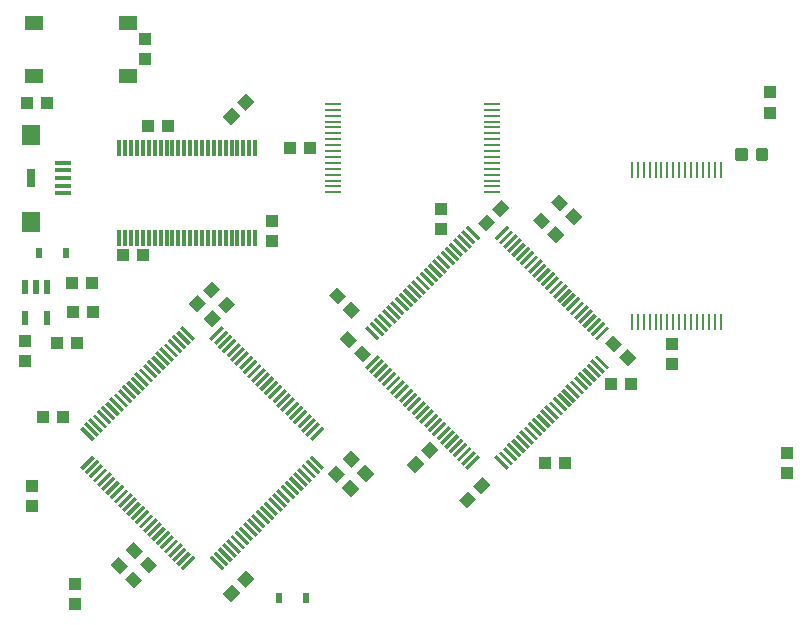
<source format=gbr>
G04 EAGLE Gerber RS-274X export*
G75*
%MOMM*%
%FSLAX34Y34*%
%LPD*%
%INTop Paste*%
%IPPOS*%
%AMOC8*
5,1,8,0,0,1.08239X$1,22.5*%
G01*
%ADD10R,1.450000X0.400000*%
%ADD11R,1.500000X1.800000*%
%ADD12R,0.700000X1.500000*%
%ADD13R,0.300000X1.450000*%
%ADD14R,1.475000X0.300000*%
%ADD15R,1.422400X0.228600*%
%ADD16R,0.228600X1.422400*%
%ADD17R,1.100000X1.000000*%
%ADD18R,1.000000X1.100000*%
%ADD19R,1.550000X1.300000*%
%ADD20R,0.550000X1.200000*%
%ADD21R,0.630000X0.830000*%
%ADD22C,0.300000*%


D10*
X47570Y381000D03*
X47570Y387500D03*
X47570Y394000D03*
X47570Y374500D03*
X47570Y368000D03*
D11*
X20320Y417840D03*
D12*
X20320Y381000D03*
D11*
X20320Y344160D03*
D13*
X209900Y406050D03*
X204900Y406050D03*
X199900Y406050D03*
X194900Y406050D03*
X189900Y406050D03*
X184900Y406050D03*
X179900Y406050D03*
X174900Y406050D03*
X169900Y406050D03*
X164900Y406050D03*
X159900Y406050D03*
X154900Y406050D03*
X149900Y406050D03*
X144900Y406050D03*
X139900Y406050D03*
X134900Y406050D03*
X129900Y406050D03*
X124900Y406050D03*
X119900Y406050D03*
X114900Y406050D03*
X109900Y406050D03*
X104900Y406050D03*
X99900Y406050D03*
X94900Y406050D03*
X94900Y330550D03*
X99900Y330550D03*
X104900Y330550D03*
X109900Y330550D03*
X114900Y330550D03*
X119900Y330550D03*
X124900Y330550D03*
X129900Y330550D03*
X134900Y330550D03*
X139900Y330550D03*
X144900Y330550D03*
X149900Y330550D03*
X154900Y330550D03*
X159900Y330550D03*
X164900Y330550D03*
X169900Y330550D03*
X174900Y330550D03*
X179900Y330550D03*
X184900Y330550D03*
X189900Y330550D03*
X194900Y330550D03*
X199900Y330550D03*
X204900Y330550D03*
X209900Y330550D03*
D14*
G36*
X74233Y144264D02*
X63804Y133835D01*
X61683Y135956D01*
X72112Y146385D01*
X74233Y144264D01*
G37*
G36*
X77768Y140729D02*
X67339Y130300D01*
X65218Y132421D01*
X75647Y142850D01*
X77768Y140729D01*
G37*
G36*
X81304Y137193D02*
X70875Y126764D01*
X68754Y128885D01*
X79183Y139314D01*
X81304Y137193D01*
G37*
G36*
X84839Y133658D02*
X74410Y123229D01*
X72289Y125350D01*
X82718Y135779D01*
X84839Y133658D01*
G37*
G36*
X88375Y130122D02*
X77946Y119693D01*
X75825Y121814D01*
X86254Y132243D01*
X88375Y130122D01*
G37*
G36*
X91910Y126587D02*
X81481Y116158D01*
X79360Y118279D01*
X89789Y128708D01*
X91910Y126587D01*
G37*
G36*
X95446Y123051D02*
X85017Y112622D01*
X82896Y114743D01*
X93325Y125172D01*
X95446Y123051D01*
G37*
G36*
X98981Y119516D02*
X88552Y109087D01*
X86431Y111208D01*
X96860Y121637D01*
X98981Y119516D01*
G37*
G36*
X102517Y115980D02*
X92088Y105551D01*
X89967Y107672D01*
X100396Y118101D01*
X102517Y115980D01*
G37*
G36*
X106052Y112445D02*
X95623Y102016D01*
X93502Y104137D01*
X103931Y114566D01*
X106052Y112445D01*
G37*
G36*
X109588Y108909D02*
X99159Y98480D01*
X97038Y100601D01*
X107467Y111030D01*
X109588Y108909D01*
G37*
G36*
X113124Y105374D02*
X102695Y94945D01*
X100574Y97066D01*
X111003Y107495D01*
X113124Y105374D01*
G37*
G36*
X116659Y101838D02*
X106230Y91409D01*
X104109Y93530D01*
X114538Y103959D01*
X116659Y101838D01*
G37*
G36*
X120195Y98303D02*
X109766Y87874D01*
X107645Y89995D01*
X118074Y100424D01*
X120195Y98303D01*
G37*
G36*
X123730Y94767D02*
X113301Y84338D01*
X111180Y86459D01*
X121609Y96888D01*
X123730Y94767D01*
G37*
G36*
X127266Y91231D02*
X116837Y80802D01*
X114716Y82923D01*
X125145Y93352D01*
X127266Y91231D01*
G37*
G36*
X130801Y87696D02*
X120372Y77267D01*
X118251Y79388D01*
X128680Y89817D01*
X130801Y87696D01*
G37*
G36*
X134337Y84160D02*
X123908Y73731D01*
X121787Y75852D01*
X132216Y86281D01*
X134337Y84160D01*
G37*
G36*
X137872Y80625D02*
X127443Y70196D01*
X125322Y72317D01*
X135751Y82746D01*
X137872Y80625D01*
G37*
G36*
X141408Y77089D02*
X130979Y66660D01*
X128858Y68781D01*
X139287Y79210D01*
X141408Y77089D01*
G37*
G36*
X144943Y73554D02*
X134514Y63125D01*
X132393Y65246D01*
X142822Y75675D01*
X144943Y73554D01*
G37*
G36*
X148479Y70018D02*
X138050Y59589D01*
X135929Y61710D01*
X146358Y72139D01*
X148479Y70018D01*
G37*
G36*
X152014Y66483D02*
X141585Y56054D01*
X139464Y58175D01*
X149893Y68604D01*
X152014Y66483D01*
G37*
G36*
X155550Y62947D02*
X145121Y52518D01*
X143000Y54639D01*
X153429Y65068D01*
X155550Y62947D01*
G37*
G36*
X159085Y59412D02*
X148656Y48983D01*
X146535Y51104D01*
X156964Y61533D01*
X159085Y59412D01*
G37*
G36*
X173236Y61533D02*
X183665Y51104D01*
X181544Y48983D01*
X171115Y59412D01*
X173236Y61533D01*
G37*
G36*
X176771Y65068D02*
X187200Y54639D01*
X185079Y52518D01*
X174650Y62947D01*
X176771Y65068D01*
G37*
G36*
X180307Y68604D02*
X190736Y58175D01*
X188615Y56054D01*
X178186Y66483D01*
X180307Y68604D01*
G37*
G36*
X183842Y72139D02*
X194271Y61710D01*
X192150Y59589D01*
X181721Y70018D01*
X183842Y72139D01*
G37*
G36*
X187378Y75675D02*
X197807Y65246D01*
X195686Y63125D01*
X185257Y73554D01*
X187378Y75675D01*
G37*
G36*
X190913Y79210D02*
X201342Y68781D01*
X199221Y66660D01*
X188792Y77089D01*
X190913Y79210D01*
G37*
G36*
X194449Y82746D02*
X204878Y72317D01*
X202757Y70196D01*
X192328Y80625D01*
X194449Y82746D01*
G37*
G36*
X197984Y86281D02*
X208413Y75852D01*
X206292Y73731D01*
X195863Y84160D01*
X197984Y86281D01*
G37*
G36*
X201520Y89817D02*
X211949Y79388D01*
X209828Y77267D01*
X199399Y87696D01*
X201520Y89817D01*
G37*
G36*
X205055Y93352D02*
X215484Y82923D01*
X213363Y80802D01*
X202934Y91231D01*
X205055Y93352D01*
G37*
G36*
X208591Y96888D02*
X219020Y86459D01*
X216899Y84338D01*
X206470Y94767D01*
X208591Y96888D01*
G37*
G36*
X212126Y100424D02*
X222555Y89995D01*
X220434Y87874D01*
X210005Y98303D01*
X212126Y100424D01*
G37*
G36*
X215662Y103959D02*
X226091Y93530D01*
X223970Y91409D01*
X213541Y101838D01*
X215662Y103959D01*
G37*
G36*
X219197Y107495D02*
X229626Y97066D01*
X227505Y94945D01*
X217076Y105374D01*
X219197Y107495D01*
G37*
G36*
X222733Y111030D02*
X233162Y100601D01*
X231041Y98480D01*
X220612Y108909D01*
X222733Y111030D01*
G37*
G36*
X226269Y114566D02*
X236698Y104137D01*
X234577Y102016D01*
X224148Y112445D01*
X226269Y114566D01*
G37*
G36*
X229804Y118101D02*
X240233Y107672D01*
X238112Y105551D01*
X227683Y115980D01*
X229804Y118101D01*
G37*
G36*
X233340Y121637D02*
X243769Y111208D01*
X241648Y109087D01*
X231219Y119516D01*
X233340Y121637D01*
G37*
G36*
X236875Y125172D02*
X247304Y114743D01*
X245183Y112622D01*
X234754Y123051D01*
X236875Y125172D01*
G37*
G36*
X240411Y128708D02*
X250840Y118279D01*
X248719Y116158D01*
X238290Y126587D01*
X240411Y128708D01*
G37*
G36*
X243946Y132243D02*
X254375Y121814D01*
X252254Y119693D01*
X241825Y130122D01*
X243946Y132243D01*
G37*
G36*
X247482Y135779D02*
X257911Y125350D01*
X255790Y123229D01*
X245361Y133658D01*
X247482Y135779D01*
G37*
G36*
X251017Y139314D02*
X261446Y128885D01*
X259325Y126764D01*
X248896Y137193D01*
X251017Y139314D01*
G37*
G36*
X254553Y142850D02*
X264982Y132421D01*
X262861Y130300D01*
X252432Y140729D01*
X254553Y142850D01*
G37*
G36*
X258088Y146385D02*
X268517Y135956D01*
X266396Y133835D01*
X255967Y144264D01*
X258088Y146385D01*
G37*
G36*
X268517Y168844D02*
X258088Y158415D01*
X255967Y160536D01*
X266396Y170965D01*
X268517Y168844D01*
G37*
G36*
X264982Y172379D02*
X254553Y161950D01*
X252432Y164071D01*
X262861Y174500D01*
X264982Y172379D01*
G37*
G36*
X261446Y175915D02*
X251017Y165486D01*
X248896Y167607D01*
X259325Y178036D01*
X261446Y175915D01*
G37*
G36*
X257911Y179450D02*
X247482Y169021D01*
X245361Y171142D01*
X255790Y181571D01*
X257911Y179450D01*
G37*
G36*
X254375Y182986D02*
X243946Y172557D01*
X241825Y174678D01*
X252254Y185107D01*
X254375Y182986D01*
G37*
G36*
X250840Y186521D02*
X240411Y176092D01*
X238290Y178213D01*
X248719Y188642D01*
X250840Y186521D01*
G37*
G36*
X247304Y190057D02*
X236875Y179628D01*
X234754Y181749D01*
X245183Y192178D01*
X247304Y190057D01*
G37*
G36*
X243769Y193592D02*
X233340Y183163D01*
X231219Y185284D01*
X241648Y195713D01*
X243769Y193592D01*
G37*
G36*
X240233Y197128D02*
X229804Y186699D01*
X227683Y188820D01*
X238112Y199249D01*
X240233Y197128D01*
G37*
G36*
X236698Y200663D02*
X226269Y190234D01*
X224148Y192355D01*
X234577Y202784D01*
X236698Y200663D01*
G37*
G36*
X233162Y204199D02*
X222733Y193770D01*
X220612Y195891D01*
X231041Y206320D01*
X233162Y204199D01*
G37*
G36*
X229626Y207734D02*
X219197Y197305D01*
X217076Y199426D01*
X227505Y209855D01*
X229626Y207734D01*
G37*
G36*
X226091Y211270D02*
X215662Y200841D01*
X213541Y202962D01*
X223970Y213391D01*
X226091Y211270D01*
G37*
G36*
X222555Y214805D02*
X212126Y204376D01*
X210005Y206497D01*
X220434Y216926D01*
X222555Y214805D01*
G37*
G36*
X219020Y218341D02*
X208591Y207912D01*
X206470Y210033D01*
X216899Y220462D01*
X219020Y218341D01*
G37*
G36*
X215484Y221877D02*
X205055Y211448D01*
X202934Y213569D01*
X213363Y223998D01*
X215484Y221877D01*
G37*
G36*
X211949Y225412D02*
X201520Y214983D01*
X199399Y217104D01*
X209828Y227533D01*
X211949Y225412D01*
G37*
G36*
X208413Y228948D02*
X197984Y218519D01*
X195863Y220640D01*
X206292Y231069D01*
X208413Y228948D01*
G37*
G36*
X204878Y232483D02*
X194449Y222054D01*
X192328Y224175D01*
X202757Y234604D01*
X204878Y232483D01*
G37*
G36*
X201342Y236019D02*
X190913Y225590D01*
X188792Y227711D01*
X199221Y238140D01*
X201342Y236019D01*
G37*
G36*
X197807Y239554D02*
X187378Y229125D01*
X185257Y231246D01*
X195686Y241675D01*
X197807Y239554D01*
G37*
G36*
X194271Y243090D02*
X183842Y232661D01*
X181721Y234782D01*
X192150Y245211D01*
X194271Y243090D01*
G37*
G36*
X190736Y246625D02*
X180307Y236196D01*
X178186Y238317D01*
X188615Y248746D01*
X190736Y246625D01*
G37*
G36*
X187200Y250161D02*
X176771Y239732D01*
X174650Y241853D01*
X185079Y252282D01*
X187200Y250161D01*
G37*
G36*
X183665Y253696D02*
X173236Y243267D01*
X171115Y245388D01*
X181544Y255817D01*
X183665Y253696D01*
G37*
G36*
X148656Y255817D02*
X159085Y245388D01*
X156964Y243267D01*
X146535Y253696D01*
X148656Y255817D01*
G37*
G36*
X145121Y252282D02*
X155550Y241853D01*
X153429Y239732D01*
X143000Y250161D01*
X145121Y252282D01*
G37*
G36*
X141585Y248746D02*
X152014Y238317D01*
X149893Y236196D01*
X139464Y246625D01*
X141585Y248746D01*
G37*
G36*
X138050Y245211D02*
X148479Y234782D01*
X146358Y232661D01*
X135929Y243090D01*
X138050Y245211D01*
G37*
G36*
X134514Y241675D02*
X144943Y231246D01*
X142822Y229125D01*
X132393Y239554D01*
X134514Y241675D01*
G37*
G36*
X130979Y238140D02*
X141408Y227711D01*
X139287Y225590D01*
X128858Y236019D01*
X130979Y238140D01*
G37*
G36*
X127443Y234604D02*
X137872Y224175D01*
X135751Y222054D01*
X125322Y232483D01*
X127443Y234604D01*
G37*
G36*
X123908Y231069D02*
X134337Y220640D01*
X132216Y218519D01*
X121787Y228948D01*
X123908Y231069D01*
G37*
G36*
X120372Y227533D02*
X130801Y217104D01*
X128680Y214983D01*
X118251Y225412D01*
X120372Y227533D01*
G37*
G36*
X116837Y223998D02*
X127266Y213569D01*
X125145Y211448D01*
X114716Y221877D01*
X116837Y223998D01*
G37*
G36*
X113301Y220462D02*
X123730Y210033D01*
X121609Y207912D01*
X111180Y218341D01*
X113301Y220462D01*
G37*
G36*
X109766Y216926D02*
X120195Y206497D01*
X118074Y204376D01*
X107645Y214805D01*
X109766Y216926D01*
G37*
G36*
X106230Y213391D02*
X116659Y202962D01*
X114538Y200841D01*
X104109Y211270D01*
X106230Y213391D01*
G37*
G36*
X102695Y209855D02*
X113124Y199426D01*
X111003Y197305D01*
X100574Y207734D01*
X102695Y209855D01*
G37*
G36*
X99159Y206320D02*
X109588Y195891D01*
X107467Y193770D01*
X97038Y204199D01*
X99159Y206320D01*
G37*
G36*
X95623Y202784D02*
X106052Y192355D01*
X103931Y190234D01*
X93502Y200663D01*
X95623Y202784D01*
G37*
G36*
X92088Y199249D02*
X102517Y188820D01*
X100396Y186699D01*
X89967Y197128D01*
X92088Y199249D01*
G37*
G36*
X88552Y195713D02*
X98981Y185284D01*
X96860Y183163D01*
X86431Y193592D01*
X88552Y195713D01*
G37*
G36*
X85017Y192178D02*
X95446Y181749D01*
X93325Y179628D01*
X82896Y190057D01*
X85017Y192178D01*
G37*
G36*
X81481Y188642D02*
X91910Y178213D01*
X89789Y176092D01*
X79360Y186521D01*
X81481Y188642D01*
G37*
G36*
X77946Y185107D02*
X88375Y174678D01*
X86254Y172557D01*
X75825Y182986D01*
X77946Y185107D01*
G37*
G36*
X74410Y181571D02*
X84839Y171142D01*
X82718Y169021D01*
X72289Y179450D01*
X74410Y181571D01*
G37*
G36*
X70875Y178036D02*
X81304Y167607D01*
X79183Y165486D01*
X68754Y175915D01*
X70875Y178036D01*
G37*
G36*
X67339Y174500D02*
X77768Y164071D01*
X75647Y161950D01*
X65218Y172379D01*
X67339Y174500D01*
G37*
G36*
X63804Y170965D02*
X74233Y160536D01*
X72112Y158415D01*
X61683Y168844D01*
X63804Y170965D01*
G37*
G36*
X414536Y146623D02*
X424965Y136194D01*
X422844Y134073D01*
X412415Y144502D01*
X414536Y146623D01*
G37*
G36*
X418071Y150158D02*
X428500Y139729D01*
X426379Y137608D01*
X415950Y148037D01*
X418071Y150158D01*
G37*
G36*
X421607Y153694D02*
X432036Y143265D01*
X429915Y141144D01*
X419486Y151573D01*
X421607Y153694D01*
G37*
G36*
X425142Y157229D02*
X435571Y146800D01*
X433450Y144679D01*
X423021Y155108D01*
X425142Y157229D01*
G37*
G36*
X428678Y160765D02*
X439107Y150336D01*
X436986Y148215D01*
X426557Y158644D01*
X428678Y160765D01*
G37*
G36*
X432213Y164300D02*
X442642Y153871D01*
X440521Y151750D01*
X430092Y162179D01*
X432213Y164300D01*
G37*
G36*
X435749Y167836D02*
X446178Y157407D01*
X444057Y155286D01*
X433628Y165715D01*
X435749Y167836D01*
G37*
G36*
X439284Y171371D02*
X449713Y160942D01*
X447592Y158821D01*
X437163Y169250D01*
X439284Y171371D01*
G37*
G36*
X442820Y174907D02*
X453249Y164478D01*
X451128Y162357D01*
X440699Y172786D01*
X442820Y174907D01*
G37*
G36*
X446355Y178442D02*
X456784Y168013D01*
X454663Y165892D01*
X444234Y176321D01*
X446355Y178442D01*
G37*
G36*
X449891Y181978D02*
X460320Y171549D01*
X458199Y169428D01*
X447770Y179857D01*
X449891Y181978D01*
G37*
G36*
X453426Y185514D02*
X463855Y175085D01*
X461734Y172964D01*
X451305Y183393D01*
X453426Y185514D01*
G37*
G36*
X456962Y189049D02*
X467391Y178620D01*
X465270Y176499D01*
X454841Y186928D01*
X456962Y189049D01*
G37*
G36*
X460497Y192585D02*
X470926Y182156D01*
X468805Y180035D01*
X458376Y190464D01*
X460497Y192585D01*
G37*
G36*
X464033Y196120D02*
X474462Y185691D01*
X472341Y183570D01*
X461912Y193999D01*
X464033Y196120D01*
G37*
G36*
X467569Y199656D02*
X477998Y189227D01*
X475877Y187106D01*
X465448Y197535D01*
X467569Y199656D01*
G37*
G36*
X471104Y203191D02*
X481533Y192762D01*
X479412Y190641D01*
X468983Y201070D01*
X471104Y203191D01*
G37*
G36*
X474640Y206727D02*
X485069Y196298D01*
X482948Y194177D01*
X472519Y204606D01*
X474640Y206727D01*
G37*
G36*
X478175Y210262D02*
X488604Y199833D01*
X486483Y197712D01*
X476054Y208141D01*
X478175Y210262D01*
G37*
G36*
X481711Y213798D02*
X492140Y203369D01*
X490019Y201248D01*
X479590Y211677D01*
X481711Y213798D01*
G37*
G36*
X485246Y217333D02*
X495675Y206904D01*
X493554Y204783D01*
X483125Y215212D01*
X485246Y217333D01*
G37*
G36*
X488782Y220869D02*
X499211Y210440D01*
X497090Y208319D01*
X486661Y218748D01*
X488782Y220869D01*
G37*
G36*
X492317Y224404D02*
X502746Y213975D01*
X500625Y211854D01*
X490196Y222283D01*
X492317Y224404D01*
G37*
G36*
X495853Y227940D02*
X506282Y217511D01*
X504161Y215390D01*
X493732Y225819D01*
X495853Y227940D01*
G37*
G36*
X499388Y231475D02*
X509817Y221046D01*
X507696Y218925D01*
X497267Y229354D01*
X499388Y231475D01*
G37*
G36*
X497267Y245626D02*
X507696Y256055D01*
X509817Y253934D01*
X499388Y243505D01*
X497267Y245626D01*
G37*
G36*
X493732Y249161D02*
X504161Y259590D01*
X506282Y257469D01*
X495853Y247040D01*
X493732Y249161D01*
G37*
G36*
X490196Y252697D02*
X500625Y263126D01*
X502746Y261005D01*
X492317Y250576D01*
X490196Y252697D01*
G37*
G36*
X486661Y256232D02*
X497090Y266661D01*
X499211Y264540D01*
X488782Y254111D01*
X486661Y256232D01*
G37*
G36*
X483125Y259768D02*
X493554Y270197D01*
X495675Y268076D01*
X485246Y257647D01*
X483125Y259768D01*
G37*
G36*
X479590Y263303D02*
X490019Y273732D01*
X492140Y271611D01*
X481711Y261182D01*
X479590Y263303D01*
G37*
G36*
X476054Y266839D02*
X486483Y277268D01*
X488604Y275147D01*
X478175Y264718D01*
X476054Y266839D01*
G37*
G36*
X472519Y270374D02*
X482948Y280803D01*
X485069Y278682D01*
X474640Y268253D01*
X472519Y270374D01*
G37*
G36*
X468983Y273910D02*
X479412Y284339D01*
X481533Y282218D01*
X471104Y271789D01*
X468983Y273910D01*
G37*
G36*
X465448Y277445D02*
X475877Y287874D01*
X477998Y285753D01*
X467569Y275324D01*
X465448Y277445D01*
G37*
G36*
X461912Y280981D02*
X472341Y291410D01*
X474462Y289289D01*
X464033Y278860D01*
X461912Y280981D01*
G37*
G36*
X458376Y284516D02*
X468805Y294945D01*
X470926Y292824D01*
X460497Y282395D01*
X458376Y284516D01*
G37*
G36*
X454841Y288052D02*
X465270Y298481D01*
X467391Y296360D01*
X456962Y285931D01*
X454841Y288052D01*
G37*
G36*
X451305Y291587D02*
X461734Y302016D01*
X463855Y299895D01*
X453426Y289466D01*
X451305Y291587D01*
G37*
G36*
X447770Y295123D02*
X458199Y305552D01*
X460320Y303431D01*
X449891Y293002D01*
X447770Y295123D01*
G37*
G36*
X444234Y298659D02*
X454663Y309088D01*
X456784Y306967D01*
X446355Y296538D01*
X444234Y298659D01*
G37*
G36*
X440699Y302194D02*
X451128Y312623D01*
X453249Y310502D01*
X442820Y300073D01*
X440699Y302194D01*
G37*
G36*
X437163Y305730D02*
X447592Y316159D01*
X449713Y314038D01*
X439284Y303609D01*
X437163Y305730D01*
G37*
G36*
X433628Y309265D02*
X444057Y319694D01*
X446178Y317573D01*
X435749Y307144D01*
X433628Y309265D01*
G37*
G36*
X430092Y312801D02*
X440521Y323230D01*
X442642Y321109D01*
X432213Y310680D01*
X430092Y312801D01*
G37*
G36*
X426557Y316336D02*
X436986Y326765D01*
X439107Y324644D01*
X428678Y314215D01*
X426557Y316336D01*
G37*
G36*
X423021Y319872D02*
X433450Y330301D01*
X435571Y328180D01*
X425142Y317751D01*
X423021Y319872D01*
G37*
G36*
X419486Y323407D02*
X429915Y333836D01*
X432036Y331715D01*
X421607Y321286D01*
X419486Y323407D01*
G37*
G36*
X415950Y326943D02*
X426379Y337372D01*
X428500Y335251D01*
X418071Y324822D01*
X415950Y326943D01*
G37*
G36*
X412415Y330478D02*
X422844Y340907D01*
X424965Y338786D01*
X414536Y328357D01*
X412415Y330478D01*
G37*
G36*
X389956Y340907D02*
X400385Y330478D01*
X398264Y328357D01*
X387835Y338786D01*
X389956Y340907D01*
G37*
G36*
X386421Y337372D02*
X396850Y326943D01*
X394729Y324822D01*
X384300Y335251D01*
X386421Y337372D01*
G37*
G36*
X382885Y333836D02*
X393314Y323407D01*
X391193Y321286D01*
X380764Y331715D01*
X382885Y333836D01*
G37*
G36*
X379350Y330301D02*
X389779Y319872D01*
X387658Y317751D01*
X377229Y328180D01*
X379350Y330301D01*
G37*
G36*
X375814Y326765D02*
X386243Y316336D01*
X384122Y314215D01*
X373693Y324644D01*
X375814Y326765D01*
G37*
G36*
X372279Y323230D02*
X382708Y312801D01*
X380587Y310680D01*
X370158Y321109D01*
X372279Y323230D01*
G37*
G36*
X368743Y319694D02*
X379172Y309265D01*
X377051Y307144D01*
X366622Y317573D01*
X368743Y319694D01*
G37*
G36*
X365208Y316159D02*
X375637Y305730D01*
X373516Y303609D01*
X363087Y314038D01*
X365208Y316159D01*
G37*
G36*
X361672Y312623D02*
X372101Y302194D01*
X369980Y300073D01*
X359551Y310502D01*
X361672Y312623D01*
G37*
G36*
X358137Y309088D02*
X368566Y298659D01*
X366445Y296538D01*
X356016Y306967D01*
X358137Y309088D01*
G37*
G36*
X354601Y305552D02*
X365030Y295123D01*
X362909Y293002D01*
X352480Y303431D01*
X354601Y305552D01*
G37*
G36*
X351066Y302016D02*
X361495Y291587D01*
X359374Y289466D01*
X348945Y299895D01*
X351066Y302016D01*
G37*
G36*
X347530Y298481D02*
X357959Y288052D01*
X355838Y285931D01*
X345409Y296360D01*
X347530Y298481D01*
G37*
G36*
X343995Y294945D02*
X354424Y284516D01*
X352303Y282395D01*
X341874Y292824D01*
X343995Y294945D01*
G37*
G36*
X340459Y291410D02*
X350888Y280981D01*
X348767Y278860D01*
X338338Y289289D01*
X340459Y291410D01*
G37*
G36*
X336923Y287874D02*
X347352Y277445D01*
X345231Y275324D01*
X334802Y285753D01*
X336923Y287874D01*
G37*
G36*
X333388Y284339D02*
X343817Y273910D01*
X341696Y271789D01*
X331267Y282218D01*
X333388Y284339D01*
G37*
G36*
X329852Y280803D02*
X340281Y270374D01*
X338160Y268253D01*
X327731Y278682D01*
X329852Y280803D01*
G37*
G36*
X326317Y277268D02*
X336746Y266839D01*
X334625Y264718D01*
X324196Y275147D01*
X326317Y277268D01*
G37*
G36*
X322781Y273732D02*
X333210Y263303D01*
X331089Y261182D01*
X320660Y271611D01*
X322781Y273732D01*
G37*
G36*
X319246Y270197D02*
X329675Y259768D01*
X327554Y257647D01*
X317125Y268076D01*
X319246Y270197D01*
G37*
G36*
X315710Y266661D02*
X326139Y256232D01*
X324018Y254111D01*
X313589Y264540D01*
X315710Y266661D01*
G37*
G36*
X312175Y263126D02*
X322604Y252697D01*
X320483Y250576D01*
X310054Y261005D01*
X312175Y263126D01*
G37*
G36*
X308639Y259590D02*
X319068Y249161D01*
X316947Y247040D01*
X306518Y257469D01*
X308639Y259590D01*
G37*
G36*
X305104Y256055D02*
X315533Y245626D01*
X313412Y243505D01*
X302983Y253934D01*
X305104Y256055D01*
G37*
G36*
X302983Y221046D02*
X313412Y231475D01*
X315533Y229354D01*
X305104Y218925D01*
X302983Y221046D01*
G37*
G36*
X306518Y217511D02*
X316947Y227940D01*
X319068Y225819D01*
X308639Y215390D01*
X306518Y217511D01*
G37*
G36*
X310054Y213975D02*
X320483Y224404D01*
X322604Y222283D01*
X312175Y211854D01*
X310054Y213975D01*
G37*
G36*
X313589Y210440D02*
X324018Y220869D01*
X326139Y218748D01*
X315710Y208319D01*
X313589Y210440D01*
G37*
G36*
X317125Y206904D02*
X327554Y217333D01*
X329675Y215212D01*
X319246Y204783D01*
X317125Y206904D01*
G37*
G36*
X320660Y203369D02*
X331089Y213798D01*
X333210Y211677D01*
X322781Y201248D01*
X320660Y203369D01*
G37*
G36*
X324196Y199833D02*
X334625Y210262D01*
X336746Y208141D01*
X326317Y197712D01*
X324196Y199833D01*
G37*
G36*
X327731Y196298D02*
X338160Y206727D01*
X340281Y204606D01*
X329852Y194177D01*
X327731Y196298D01*
G37*
G36*
X331267Y192762D02*
X341696Y203191D01*
X343817Y201070D01*
X333388Y190641D01*
X331267Y192762D01*
G37*
G36*
X334802Y189227D02*
X345231Y199656D01*
X347352Y197535D01*
X336923Y187106D01*
X334802Y189227D01*
G37*
G36*
X338338Y185691D02*
X348767Y196120D01*
X350888Y193999D01*
X340459Y183570D01*
X338338Y185691D01*
G37*
G36*
X341874Y182156D02*
X352303Y192585D01*
X354424Y190464D01*
X343995Y180035D01*
X341874Y182156D01*
G37*
G36*
X345409Y178620D02*
X355838Y189049D01*
X357959Y186928D01*
X347530Y176499D01*
X345409Y178620D01*
G37*
G36*
X348945Y175085D02*
X359374Y185514D01*
X361495Y183393D01*
X351066Y172964D01*
X348945Y175085D01*
G37*
G36*
X352480Y171549D02*
X362909Y181978D01*
X365030Y179857D01*
X354601Y169428D01*
X352480Y171549D01*
G37*
G36*
X356016Y168013D02*
X366445Y178442D01*
X368566Y176321D01*
X358137Y165892D01*
X356016Y168013D01*
G37*
G36*
X359551Y164478D02*
X369980Y174907D01*
X372101Y172786D01*
X361672Y162357D01*
X359551Y164478D01*
G37*
G36*
X363087Y160942D02*
X373516Y171371D01*
X375637Y169250D01*
X365208Y158821D01*
X363087Y160942D01*
G37*
G36*
X366622Y157407D02*
X377051Y167836D01*
X379172Y165715D01*
X368743Y155286D01*
X366622Y157407D01*
G37*
G36*
X370158Y153871D02*
X380587Y164300D01*
X382708Y162179D01*
X372279Y151750D01*
X370158Y153871D01*
G37*
G36*
X373693Y150336D02*
X384122Y160765D01*
X386243Y158644D01*
X375814Y148215D01*
X373693Y150336D01*
G37*
G36*
X377229Y146800D02*
X387658Y157229D01*
X389779Y155108D01*
X379350Y144679D01*
X377229Y146800D01*
G37*
G36*
X380764Y143265D02*
X391193Y153694D01*
X393314Y151573D01*
X382885Y141144D01*
X380764Y143265D01*
G37*
G36*
X384300Y139729D02*
X394729Y150158D01*
X396850Y148037D01*
X386421Y137608D01*
X384300Y139729D01*
G37*
G36*
X387835Y136194D02*
X398264Y146623D01*
X400385Y144502D01*
X389956Y134073D01*
X387835Y136194D01*
G37*
D15*
X275463Y443900D03*
X275463Y438900D03*
X275463Y433900D03*
X275463Y428900D03*
X275463Y423900D03*
X275463Y418900D03*
X275463Y413900D03*
X275463Y408900D03*
X275463Y403900D03*
X275463Y398900D03*
X275463Y393900D03*
X275463Y388900D03*
X275463Y383900D03*
X275463Y378900D03*
X275463Y373900D03*
X275463Y368900D03*
X410337Y368900D03*
X410337Y373900D03*
X410337Y378900D03*
X410337Y383900D03*
X410337Y388900D03*
X410337Y393900D03*
X410337Y398900D03*
X410337Y403900D03*
X410337Y408900D03*
X410337Y413900D03*
X410337Y418900D03*
X410337Y423900D03*
X410337Y428900D03*
X410337Y433900D03*
X410337Y438900D03*
X410337Y443900D03*
D16*
X528920Y259461D03*
X533920Y259461D03*
X538920Y259461D03*
X543920Y259461D03*
X548920Y259461D03*
X553920Y259461D03*
X558920Y259461D03*
X563920Y259461D03*
X568920Y259461D03*
X573920Y259461D03*
X578920Y259461D03*
X583920Y259461D03*
X588920Y259461D03*
X593920Y259461D03*
X598920Y259461D03*
X603920Y259461D03*
X603920Y388239D03*
X598920Y388239D03*
X593920Y388239D03*
X588920Y388239D03*
X583920Y388239D03*
X578920Y388239D03*
X573920Y388239D03*
X568920Y388239D03*
X563920Y388239D03*
X558920Y388239D03*
X553920Y388239D03*
X548920Y388239D03*
X543920Y388239D03*
X538920Y388239D03*
X533920Y388239D03*
X528920Y388239D03*
D17*
X33900Y444500D03*
X16900Y444500D03*
X55000Y292100D03*
X72000Y292100D03*
X42300Y241300D03*
X59300Y241300D03*
G36*
X468053Y352916D02*
X460276Y360693D01*
X467347Y367764D01*
X475124Y359987D01*
X468053Y352916D01*
G37*
G36*
X480073Y340896D02*
X472296Y348673D01*
X479367Y355744D01*
X487144Y347967D01*
X480073Y340896D01*
G37*
D18*
X367030Y338210D03*
X367030Y355210D03*
D19*
X22480Y467720D03*
X101980Y467720D03*
X22480Y512720D03*
X101980Y512720D03*
D18*
X20710Y120260D03*
X20710Y103260D03*
X57540Y20710D03*
X57540Y37710D03*
D20*
X33630Y288591D03*
X24130Y288591D03*
X14630Y288591D03*
X14630Y262589D03*
X33630Y262589D03*
D21*
X26600Y317500D03*
X49600Y317500D03*
X229800Y25400D03*
X252800Y25400D03*
D17*
G36*
X291153Y276750D02*
X298930Y268973D01*
X291859Y261902D01*
X284082Y269679D01*
X291153Y276750D01*
G37*
G36*
X279133Y288770D02*
X286910Y280993D01*
X279839Y273922D01*
X272062Y281699D01*
X279133Y288770D01*
G37*
G36*
X410456Y354907D02*
X418233Y362684D01*
X425304Y355613D01*
X417527Y347836D01*
X410456Y354907D01*
G37*
G36*
X398436Y342887D02*
X406213Y350664D01*
X413284Y343593D01*
X405507Y335816D01*
X398436Y342887D01*
G37*
X55390Y267970D03*
X72390Y267970D03*
X118890Y425450D03*
X135890Y425450D03*
G36*
X197384Y433763D02*
X189607Y425986D01*
X182536Y433057D01*
X190313Y440834D01*
X197384Y433763D01*
G37*
G36*
X209404Y445783D02*
X201627Y438006D01*
X194556Y445077D01*
X202333Y452854D01*
X209404Y445783D01*
G37*
G36*
X291913Y135746D02*
X284136Y143523D01*
X291207Y150594D01*
X298984Y142817D01*
X291913Y135746D01*
G37*
G36*
X303933Y123726D02*
X296156Y131503D01*
X303227Y138574D01*
X311004Y130797D01*
X303933Y123726D01*
G37*
G36*
X168174Y275013D02*
X160397Y267236D01*
X153326Y274307D01*
X161103Y282084D01*
X168174Y275013D01*
G37*
G36*
X180194Y287033D02*
X172417Y279256D01*
X165346Y286327D01*
X173123Y294104D01*
X180194Y287033D01*
G37*
G36*
X106377Y48404D02*
X114154Y40627D01*
X107083Y33556D01*
X99306Y41333D01*
X106377Y48404D01*
G37*
G36*
X94357Y60424D02*
X102134Y52647D01*
X95063Y45576D01*
X87286Y53353D01*
X94357Y60424D01*
G37*
D18*
X660400Y148200D03*
X660400Y131200D03*
D17*
X46990Y178308D03*
X29990Y178308D03*
G36*
X194556Y41217D02*
X202333Y48994D01*
X209404Y41923D01*
X201627Y34146D01*
X194556Y41217D01*
G37*
G36*
X182536Y29197D02*
X190313Y36974D01*
X197384Y29903D01*
X189607Y22126D01*
X182536Y29197D01*
G37*
G36*
X279213Y123046D02*
X271436Y130823D01*
X278507Y137894D01*
X286284Y130117D01*
X279213Y123046D01*
G37*
G36*
X291233Y111026D02*
X283456Y118803D01*
X290527Y125874D01*
X298304Y118097D01*
X291233Y111026D01*
G37*
G36*
X180874Y262313D02*
X173097Y254536D01*
X166026Y261607D01*
X173803Y269384D01*
X180874Y262313D01*
G37*
G36*
X192894Y274333D02*
X185117Y266556D01*
X178046Y273627D01*
X185823Y281404D01*
X192894Y274333D01*
G37*
G36*
X119077Y61104D02*
X126854Y53327D01*
X119783Y46256D01*
X112006Y54033D01*
X119077Y61104D01*
G37*
G36*
X107057Y73124D02*
X114834Y65347D01*
X107763Y58276D01*
X99986Y66053D01*
X107057Y73124D01*
G37*
G36*
X452813Y337676D02*
X445036Y345453D01*
X452107Y352524D01*
X459884Y344747D01*
X452813Y337676D01*
G37*
G36*
X464833Y325656D02*
X457056Y333433D01*
X464127Y340504D01*
X471904Y332727D01*
X464833Y325656D01*
G37*
G36*
X300297Y239920D02*
X308074Y232143D01*
X301003Y225072D01*
X293226Y232849D01*
X300297Y239920D01*
G37*
G36*
X288277Y251940D02*
X296054Y244163D01*
X288983Y237092D01*
X281206Y244869D01*
X288277Y251940D01*
G37*
G36*
X350376Y150437D02*
X358153Y158214D01*
X365224Y151143D01*
X357447Y143366D01*
X350376Y150437D01*
G37*
G36*
X338356Y138417D02*
X346133Y146194D01*
X353204Y139123D01*
X345427Y131346D01*
X338356Y138417D01*
G37*
G36*
X397146Y108897D02*
X389369Y101120D01*
X382298Y108191D01*
X390075Y115968D01*
X397146Y108897D01*
G37*
G36*
X409166Y120917D02*
X401389Y113140D01*
X394318Y120211D01*
X402095Y127988D01*
X409166Y120917D01*
G37*
X455050Y139700D03*
X472050Y139700D03*
X511438Y206502D03*
X528438Y206502D03*
G36*
X513773Y233536D02*
X505996Y241313D01*
X513067Y248384D01*
X520844Y240607D01*
X513773Y233536D01*
G37*
G36*
X525793Y221516D02*
X518016Y229293D01*
X525087Y236364D01*
X532864Y228587D01*
X525793Y221516D01*
G37*
D18*
X563000Y240910D03*
X563000Y223910D03*
D17*
X256540Y406400D03*
X239540Y406400D03*
X115062Y315976D03*
X98062Y315976D03*
D18*
X223910Y345050D03*
X223910Y328050D03*
D22*
X625158Y397566D02*
X625158Y404566D01*
X625158Y397566D02*
X618158Y397566D01*
X618158Y404566D01*
X625158Y404566D01*
X625158Y400416D02*
X618158Y400416D01*
X618158Y403266D02*
X625158Y403266D01*
X642698Y404566D02*
X642698Y397566D01*
X635698Y397566D01*
X635698Y404566D01*
X642698Y404566D01*
X642698Y400416D02*
X635698Y400416D01*
X635698Y403266D02*
X642698Y403266D01*
D18*
X646176Y436508D03*
X646176Y453508D03*
X15240Y243450D03*
X15240Y226450D03*
X116840Y481720D03*
X116840Y498720D03*
M02*

</source>
